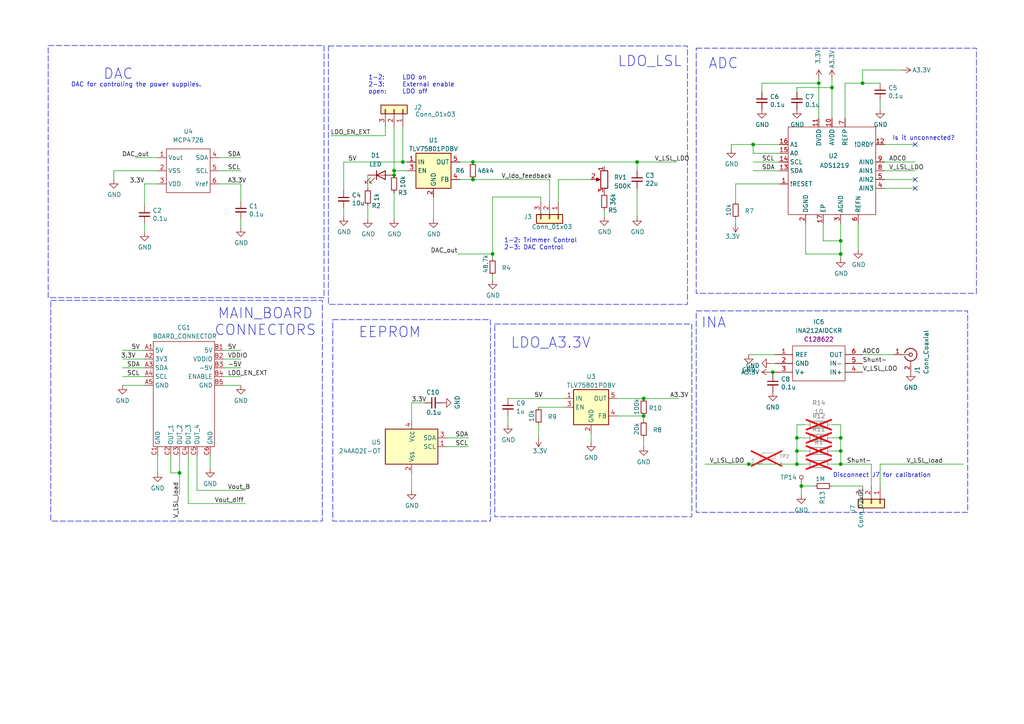
<source format=kicad_sch>
(kicad_sch (version 20250114) (generator "eeschema") (generator_version "9.0")
  (paper "A4")
  (lib_symbols
    (symbol "Connector:Conn_Coaxial" (pin_names (offset 1.016) (hide yes))
      (property "Reference" "J" (at 0.254 3.048 0))
      (property "Value" "Conn_Coaxial" (at 2.921 0 90))
      (symbol "Conn_Coaxial_0_1"
        (polyline (pts (xy -2.54 0) (xy -0.508 0)))
        (arc (start 1.778 0) (mid 0.222 -1.8079) (end -1.778 -0.508) (stroke (width 0.254)))
        (arc (start -1.778 0.508) (mid 0.2221 1.8084) (end 1.778 0) (stroke (width 0.254)))
        (circle (center 0 0) (radius 0.508) (stroke (width 0.2032)))
        (polyline (pts (xy 0 -2.54) (xy 0 -1.778)))
      )
      (symbol "Conn_Coaxial_1_1"
        (pin passive line (at -5.08 0 0) (length 2.54) (name "In") (number "1"))
        (pin passive line (at 0 -5.08 90) (length 2.54) (name "Ext") (number "2"))
      )
    )
    (symbol "Connector_Generic:Conn_01x03" (pin_names (offset 1.016) (hide yes))
      (property "Reference" "J" (at 0 5.08 0))
      (property "Value" "Conn_01x03" (at 0 -5.08 0))
      (symbol "Conn_01x03_1_1"
        (rectangle (start -1.27 3.81) (end 1.27 -3.81) (stroke (width 0.254)) (fill (type background)))
        (rectangle (start -1.27 2.667) (end 0 2.413) (stroke (width 0.1524)))
        (rectangle (start -1.27 0.127) (end 0 -0.127) (stroke (width 0.1524)))
        (rectangle (start -1.27 -2.413) (end 0 -2.667) (stroke (width 0.1524)))
        (pin passive line (at -5.08 2.54 0) (length 3.81) (name "Pin_1") (number "1"))
        (pin passive line (at -5.08 0 0) (length 3.81) (name "Pin_2") (number "2"))
        (pin passive line (at -5.08 -2.54 0) (length 3.81) (name "Pin_3") (number "3"))
      )
    )
    (symbol "Device:C_Small" (pin_numbers (hide yes)) (pin_names (offset 0.254) (hide yes))
      (property "Reference" "C" (at 0.254 1.778 0))
      (property "Value" "C_Small" (at 0.254 -2.032 0))
      (symbol "C_Small_0_1"
        (polyline (pts (xy -1.524 0.508) (xy 1.524 0.508)) (stroke (width 0.3048)))
        (polyline (pts (xy -1.524 -0.508) (xy 1.524 -0.508)) (stroke (width 0.3302)))
      )
      (symbol "C_Small_1_1"
        (pin passive line (at 0 2.54 270) (length 2.032) (name "~") (number "1"))
        (pin passive line (at 0 -2.54 90) (length 2.032) (name "~") (number "2"))
      )
    )
    (symbol "Device:LED" (pin_numbers (hide yes)) (pin_names (offset 1.016) (hide yes))
      (property "Reference" "D" (at 0 2.54 0))
      (property "Value" "LED" (at 0 -2.54 0))
      (symbol "LED_0_1"
        (polyline (pts (xy -3.048 -0.762) (xy -4.572 -2.286) (xy -3.81 -2.286) (xy -4.572 -2.286) (xy -4.572 -1.524)))
        (polyline (pts (xy -1.778 -0.762) (xy -3.302 -2.286) (xy -2.54 -2.286) (xy -3.302 -2.286) (xy -3.302 -1.524)))
        (polyline (pts (xy -1.27 0) (xy 1.27 0)))
        (polyline (pts (xy -1.27 -1.27) (xy -1.27 1.27)) (stroke (width 0.254)))
        (polyline (pts (xy 1.27 -1.27) (xy 1.27 1.27) (xy -1.27 0) (xy 1.27 -1.27)) (stroke (width 0.254)))
      )
      (symbol "LED_1_1"
        (pin passive line (at -3.81 0 0) (length 2.54) (name "K") (number "1"))
        (pin passive line (at 3.81 0 180) (length 2.54) (name "A") (number "2"))
      )
    )
    (symbol "Device:R" (pin_numbers (hide yes)) (pin_names (offset 0))
      (property "Reference" "R" (at 2.032 0 90))
      (property "Value" "R" (at 0 0 90))
      (symbol "R_0_1"
        (rectangle (start -1.016 -2.54) (end 1.016 2.54) (stroke (width 0.254)))
      )
      (symbol "R_1_1"
        (pin passive line (at 0 3.81 270) (length 1.27) (name "~") (number "1"))
        (pin passive line (at 0 -3.81 90) (length 1.27) (name "~") (number "2"))
      )
    )
    (symbol "Device:R_Potentiometer" (pin_names (offset 1.016) (hide yes))
      (property "Reference" "RV" (at -4.445 0 90))
      (property "Value" "R_Potentiometer" (at -2.54 0 90))
      (symbol "R_Potentiometer_0_1"
        (rectangle (start 1.016 2.54) (end -1.016 -2.54) (stroke (width 0.254)))
        (polyline (pts (xy 1.143 0) (xy 2.286 0.508) (xy 2.286 -0.508) (xy 1.143 0)) (fill (type outline)))
        (polyline (pts (xy 2.54 0) (xy 1.524 0)))
      )
      (symbol "R_Potentiometer_1_1"
        (pin passive line (at 0 3.81 270) (length 1.27) (name "1") (number "1"))
        (pin passive line (at 0 -3.81 90) (length 1.27) (name "3") (number "3"))
        (pin passive line (at 3.81 0 180) (length 1.27) (name "2") (number "2"))
      )
    )
    (symbol "Device:R_Small" (pin_numbers (hide yes)) (pin_names (offset 0.254) (hide yes))
      (property "Reference" "R" (at 0.762 0.508 0))
      (property "Value" "R_Small" (at 0.762 -1.016 0))
      (symbol "R_Small_0_1"
        (rectangle (start -0.762 1.778) (end 0.762 -1.778) (stroke (width 0.2032)))
      )
      (symbol "R_Small_1_1"
        (pin passive line (at 0 2.54 270) (length 0.762) (name "~") (number "1"))
        (pin passive line (at 0 -2.54 90) (length 0.762) (name "~") (number "2"))
      )
    )
    (symbol "External-lib:ADS1219"
      (property "Reference" "U" (at 0 0 0))
      (symbol "ADS1219_0_1"
        (rectangle (start -12.7 12.7) (end 12.7 -12.7))
      )
      (symbol "ADS1219_1_1"
        (pin input line (at -15.24 7.62 0) (length 2.54) (name "A1") (number "16"))
        (pin input line (at -15.24 5.08 0) (length 2.54) (name "A0") (number "15"))
        (pin input line (at -15.24 2.54 0) (length 2.54) (name "SCL") (number "14"))
        (pin bidirectional line (at -15.24 0 0) (length 2.54) (name "SDA") (number "13"))
        (pin bidirectional line (at -15.24 -3.81 0) (length 2.54) (name "!RESET") (number "1"))
        (pin bidirectional line (at -7.62 -15.24 90) (length 2.54) (name "DGND") (number "2"))
        (pin bidirectional line (at -3.81 15.24 270) (length 2.54) (name "DVDD") (number "11"))
        (pin bidirectional line (at -2.54 -15.24 90) (length 2.54) (name "EP") (number "17"))
        (pin bidirectional line (at 0 15.24 270) (length 2.54) (name "AVDD") (number "10"))
        (pin bidirectional line (at 2.54 -15.24 90) (length 2.54) (name "AGND") (number "3"))
        (pin bidirectional line (at 3.81 15.24 270) (length 2.54) (name "REFP") (number "7"))
        (pin bidirectional line (at 7.62 -15.24 90) (length 2.54) (name "REFN") (number "6"))
        (pin bidirectional line (at 15.24 7.62 180) (length 2.54) (name "!DRDY") (number "12"))
        (pin bidirectional line (at 15.24 2.54 180) (length 2.54) (name "AIN0") (number "9"))
        (pin bidirectional line (at 15.24 0 180) (length 2.54) (name "AIN1") (number "8"))
        (pin bidirectional line (at 15.24 -2.54 180) (length 2.54) (name "AIN2") (number "5"))
        (pin bidirectional line (at 15.24 -5.08 180) (length 2.54) (name "AIN3") (number "4"))
      )
    )
    (symbol "External-lib:INA212AIDCKR" (pin_names (offset 0.762))
      (property "Reference" "IC" (at 21.59 7.62 0))
      (property "Value" "INA212AIDCKR" (at 21.59 5.08 0))
      (property "LCSC" "C128622" (at 0 0 0))
      (symbol "INA212AIDCKR_0_0"
        (pin passive line (at 0 0 0) (length 5.08) (name "REF") (number "1"))
        (pin passive line (at 0 -2.54 0) (length 5.08) (name "GND") (number "2"))
        (pin passive line (at 0 -5.08 0) (length 5.08) (name "V+") (number "3"))
        (pin passive line (at 25.4 0 180) (length 5.08) (name "OUT") (number "6"))
        (pin passive line (at 25.4 -2.54 180) (length 5.08) (name "IN-") (number "5"))
        (pin passive line (at 25.4 -5.08 180) (length 5.08) (name "IN+") (number "4"))
      )
      (symbol "INA212AIDCKR_0_1"
        (polyline (pts (xy 5.08 2.54) (xy 20.32 2.54) (xy 20.32 -7.62) (xy 5.08 -7.62) (xy 5.08 2.54)) (stroke (width 0.1524)))
      )
    )
    (symbol "External-lib:MCP4726-SOT23"
      (property "Reference" "U" (at 0 0 0))
      (symbol "MCP4726-SOT23_0_1"
        (rectangle (start -6.35 6.35) (end 6.35 -6.35))
      )
      (symbol "MCP4726-SOT23_1_1"
        (pin unspecified line (at -8.89 3.81 0) (length 2.54) (name "Vout") (number "1"))
        (pin unspecified line (at -8.89 0 0) (length 2.54) (name "VSS") (number "2"))
        (pin unspecified line (at -8.89 -3.81 0) (length 2.54) (name "VDD") (number "3"))
        (pin unspecified line (at 8.89 3.81 180) (length 2.54) (name "SDA") (number "4"))
        (pin unspecified line (at 8.89 0 180) (length 2.54) (name "SCL") (number "5"))
        (pin unspecified line (at 8.89 -3.81 180) (length 2.54) (name "Vref") (number "6"))
      )
    )
    (symbol "Library:TP"
      (property "Reference" "TP" (at -0.3048 0.9144 0))
      (symbol "TP_0_1"
        (polyline (pts (xy 2.54 0) (xy 3.302 1.27) (xy 3.9624 0.381) (xy 2.54 0)))
        (polyline (pts (xy 3.6576 0.8382) (xy 4.5466 1.4478)))
        (polyline (pts (xy 4.2418 3.2512) (xy 6.9596 3.2512)))
        (arc (start 4.263 1.4501) (mid 3.3878 2.3643) (end 4.2884 3.2535))
        (arc (start 6.9086 3.2558) (mid 7.7841 2.3413) (end 6.8832 1.4524))
        (polyline (pts (xy 6.9298 1.4547) (xy 4.212 1.4547)))
      )
      (symbol "TP_1_0"
        (pin unspecified line (at 0 0 0) (length 2.54) (name "") (number "1"))
      )
    )
    (symbol "Memory_EEPROM:24AA02E-OT"
      (property "Reference" "U" (at -7.62 6.35 0))
      (property "Value" "24AA02E-OT" (at 2.54 -6.35 0))
      (symbol "24AA02E-OT_1_1"
        (rectangle (start -7.62 5.08) (end 7.62 -5.08) (stroke (width 0.254)) (fill (type background)))
        (pin no_connect line (at -10.16 0 0) (length 2.54) (hide yes) (name "NC") (number "5"))
        (pin power_in line (at 0 7.62 270) (length 2.54) (name "V_{CC}") (number "4"))
        (pin power_in line (at 0 -7.62 90) (length 2.54) (name "V_{SS}") (number "2"))
        (pin bidirectional line (at 10.16 2.54 180) (length 2.54) (name "SDA") (number "3"))
        (pin input line (at 10.16 0 180) (length 2.54) (name "SCL") (number "1"))
      )
    )
    (symbol "PCB-connectors-lib:chewing-gum-board" (in_bom no)
      (property "Reference" "CG" (at 1.778 31.75 0))
      (symbol "chewing-gum-board_0_1"
        (rectangle (start 0 30.48) (end 17.78 0))
      )
      (symbol "chewing-gum-board_1_1"
        (pin bidirectional line (at -2.54 27.94 0) (length 2.54) (name "5V") (number "A1"))
        (pin input line (at -2.54 25.4 0) (length 2.54) (name "3V3") (number "A2"))
        (pin bidirectional line (at -2.54 22.86 0) (length 2.54) (name "SDA") (number "A3"))
        (pin output line (at -2.54 20.32 0) (length 2.54) (name "SCL") (number "A4"))
        (pin output line (at -2.54 17.78 0) (length 2.54) (name "GND") (number "A5"))
        (pin bidirectional line (at 1.27 -2.54 90) (length 2.54) (name "GND") (number "C1"))
        (pin output line (at 5.08 -2.54 90) (length 2.54) (name "OUT_1") (number "C2"))
        (pin output line (at 7.62 -2.54 90) (length 2.54) (name "OUT_2") (number "C3"))
        (pin output line (at 10.16 -2.54 90) (length 2.54) (name "OUT_3") (number "C4"))
        (pin output line (at 12.7 -2.54 90) (length 2.54) (name "OUT_4") (number "C5"))
        (pin bidirectional line (at 16.51 -2.54 90) (length 2.54) (name "GND") (number "C6"))
        (pin input line (at 20.32 27.94 180) (length 2.54) (name "5V") (number "B1"))
        (pin bidirectional line (at 20.32 25.4 180) (length 2.54) (name "VDDIO") (number "B2"))
        (pin bidirectional line (at 20.32 22.86 180) (length 2.54) (name "-5V") (number "B3"))
        (pin bidirectional line (at 20.32 20.32 180) (length 2.54) (name "ENABLE") (number "B4"))
        (pin input line (at 20.32 17.78 180) (length 2.54) (name "GND") (number "B5"))
      )
    )
    (symbol "Regulator_Linear:TLV75801PDBV"
      (property "Reference" "U" (at -3.81 6.35 0))
      (property "Value" "TLV75801PDBV" (at 0 6.35 0))
      (symbol "TLV75801PDBV_0_1"
        (rectangle (start 5.08 -5.08) (end -5.08 5.08) (stroke (width 0.254)) (fill (type background)))
      )
      (symbol "TLV75801PDBV_1_1"
        (pin power_in line (at -7.62 2.54 0) (length 2.54) (name "IN") (number "1"))
        (pin input line (at -7.62 0 0) (length 2.54) (name "EN") (number "3"))
        (pin power_in line (at 0 -7.62 90) (length 2.54) (name "GND") (number "2"))
        (pin power_out line (at 7.62 2.54 180) (length 2.54) (name "OUT") (number "5"))
        (pin input line (at 7.62 -2.54 180) (length 2.54) (name "FB") (number "4"))
      )
    )
    (symbol "dk_Test-Points:5029" (pin_numbers (hide yes)) (pin_names (offset 1.016) (hide yes))
      (property "Reference" "TP" (at -1.27 1.27 0))
      (symbol "5029_0_1"
        (circle (center 0 0) (radius 0.5588))
      )
      (symbol "5029_1_1"
        (pin passive line (at 0 2.54 270) (length 1.905) (name "~") (number "1"))
      )
    )
    (symbol "power:+3.3VA" (power) (pin_names (offset 0))
      (property "Value" "+3.3VA" (at 0 3.556 0))
      (symbol "+3.3VA_0_1"
        (polyline (pts (xy -0.762 1.27) (xy 0 2.54)))
        (polyline (pts (xy 0 2.54) (xy 0.762 1.27)))
        (polyline (pts (xy 0 0) (xy 0 2.54)))
      )
      (symbol "+3.3VA_1_1"
        (pin power_in line (at 0 0 90) (length 0) (hide yes) (name "+3.3VA") (number "1"))
      )
    )
    (symbol "power:GND" (power) (pin_names (offset 0))
      (property "Value" "GND" (at 0 -3.81 0))
      (symbol "GND_0_1"
        (polyline (pts (xy 0 0) (xy 0 -1.27) (xy 1.27 -1.27) (xy 0 -2.54) (xy -1.27 -1.27) (xy 0 -1.27)))
      )
      (symbol "GND_1_1"
        (pin power_in line (at 0 0 270) (length 0) (hide yes) (name "GND") (number "1"))
      )
    )
  )
  (rectangle (start 201.93 13.97) (end 283.21 85.09) (stroke (width 0) (type dash)))
  (rectangle (start 96.52 92.71) (end 142.24 151.13) (stroke (width 0) (type dash)))
  (rectangle (start 143.51 93.98) (end 200.66 149.86) (stroke (width 0) (type dash)))
  (rectangle (start 95.25 13.335) (end 199.39 88.265) (stroke (width 0) (type dash)))
  (rectangle (start 14.732 87.122) (end 93.472 151.13) (stroke (width 0) (type dash)))
  (rectangle (start 201.93 90.17) (end 280.67 148.59) (stroke (width 0) (type dash)))
  (rectangle (start 13.97 13.208) (end 93.98 86.36) (stroke (width 0) (type dash)))
  (text "MAIN_BOARD\nCONNECTORS\n" (at 76.962 93.472 0) (effects (font (size 3 3))))
  (text "DAC" (at 34.29 21.59 0) (effects (font (size 3 3))))
  (text "1-2:	LDO on\n2-3:	External enable\nopen:	LDO off" (at 106.807 27.432 0) (effects (font (size 1.27 1.27)) (justify left bottom)))
  (text "DAC for controling the power supplies.\n" (at 20.574 25.4 0) (effects (font (size 1.27 1.27)) (justify left bottom)))
  (text "Disconnect J7 for calibration" (at 241.554 138.684 0) (effects (font (size 1.27 1.27)) (justify left bottom)))
  (text "INA\n" (at 207.01 93.726 0) (effects (font (size 3 3))))
  (text "LDO_A3.3V\n" (at 159.766 99.568 0) (effects (font (size 3 3))))
  (text "ADC" (at 209.804 18.542 0) (effects (font (size 3 3))))
  (text "EEPROM\n" (at 113.03 96.52 0) (effects (font (size 3 3))))
  (text "Is it unconnected?" (at 258.826 40.894 0) (effects (font (size 1.27 1.27)) (justify left bottom)))
  (text "1-2: Trimmer Control\n2-3: DAC Control\n" (at 146.177 72.644 0) (effects (font (size 1.27 1.27)) (justify left bottom)))
  (text "LDO_LSL\n" (at 188.468 17.907 0) (effects (font (size 3 3))))
  (junction (at 243.84 69.85))
  (junction (at 142.875 73.66))
  (junction (at 250.19 24.13))
  (junction (at 243.84 127))
  (junction (at 114.3 49.53))
  (junction (at 243.84 130.81))
  (junction (at 218.44 41.91))
  (junction (at 137.16 52.07))
  (junction (at 232.41 140.97))
  (junction (at 184.785 46.99))
  (junction (at 231.14 127))
  (junction (at 137.16 46.99))
  (junction (at 52.07 137.16))
  (junction (at 231.14 130.81))
  (junction (at 186.69 120.65))
  (junction (at 186.69 115.57))
  (junction (at 241.3 25.4))
  (junction (at 224.155 107.95))
  (junction (at 116.84 46.99))
  (junction (at 231.14 134.62))
  (junction (at 114.3 50.8))
  (junction (at 243.84 73.66))
  (junction (at 243.84 134.62))
  (junction (at 237.49 24.13))
  (junction (at 217.17 134.62))
  (no_connect (at 265.43 41.91))
  (no_connect (at 265.43 54.61))
  (no_connect (at 265.43 52.07))
  (wire (pts (xy 114.3 55.88) (xy 114.3 63.5)))
  (wire (pts (xy 243.84 123.19) (xy 243.84 127)))
  (wire (pts (xy 218.44 44.45) (xy 226.06 44.45)))
  (wire (pts (xy 60.96 132.08) (xy 60.96 135.89)))
  (wire (pts (xy 241.3 134.62) (xy 243.84 134.62)))
  (wire (pts (xy 256.54 49.53) (xy 265.43 49.53)))
  (wire (pts (xy 241.3 22.86) (xy 241.3 25.4)))
  (wire (pts (xy 116.84 36.83) (xy 116.84 46.99)))
  (wire (pts (xy 179.07 120.65) (xy 186.69 120.65)))
  (wire (pts (xy 63.5 49.53) (xy 69.85 49.53)))
  (wire (pts (xy 114.3 49.53) (xy 114.3 50.8)))
  (wire (pts (xy 231.14 134.62) (xy 233.68 134.62)))
  (wire (pts (xy 156.845 57.15) (xy 156.845 58.42)))
  (wire (pts (xy 52.07 137.16) (xy 52.07 143.51)))
  (wire (pts (xy 223.52 107.95) (xy 224.155 107.95)))
  (wire (pts (xy 250.19 102.87) (xy 259.08 102.87)))
  (wire (pts (xy 161.925 52.07) (xy 161.925 58.42)))
  (wire (pts (xy 99.695 46.99) (xy 116.84 46.99)))
  (wire (pts (xy 243.84 130.81) (xy 243.84 134.62)))
  (wire (pts (xy 218.44 46.99) (xy 226.06 46.99)))
  (wire (pts (xy 129.54 129.54) (xy 135.89 129.54)))
  (wire (pts (xy 243.84 134.62) (xy 252.73 134.62)))
  (wire (pts (xy 142.875 73.66) (xy 142.875 57.15)))
  (wire (pts (xy 54.61 132.08) (xy 54.61 146.05)))
  (wire (pts (xy 250.19 24.13) (xy 255.27 24.13)))
  (wire (pts (xy 231.14 130.81) (xy 231.14 134.62)))
  (wire (pts (xy 237.49 24.13) (xy 237.49 34.29)))
  (wire (pts (xy 186.69 115.57) (xy 196.85 115.57)))
  (wire (pts (xy 49.53 132.08) (xy 49.53 137.16)))
  (wire (pts (xy 156.21 118.11) (xy 163.83 118.11)))
  (wire (pts (xy 218.44 41.91) (xy 226.06 41.91)))
  (wire (pts (xy 245.11 24.13) (xy 245.11 34.29)))
  (wire (pts (xy 255.27 134.62) (xy 279.4 134.62)))
  (wire (pts (xy 256.54 41.91) (xy 265.43 41.91)))
  (wire (pts (xy 147.32 120.65) (xy 147.32 123.19)))
  (wire (pts (xy 137.16 52.07) (xy 159.385 52.07)))
  (wire (pts (xy 243.84 73.66) (xy 243.84 74.93)))
  (wire (pts (xy 238.76 69.85) (xy 243.84 69.85)))
  (wire (pts (xy 231.14 25.4) (xy 231.14 26.67)))
  (wire (pts (xy 245.11 24.13) (xy 250.19 24.13)))
  (wire (pts (xy 204.47 134.62) (xy 217.17 134.62)))
  (wire (pts (xy 64.77 109.22) (xy 69.85 109.22)))
  (wire (pts (xy 69.85 53.34) (xy 69.85 58.42)))
  (wire (pts (xy 106.68 54.61) (xy 106.68 50.8)))
  (wire (pts (xy 111.76 36.83) (xy 111.76 39.37)))
  (wire (pts (xy 35.56 101.6) (xy 41.91 101.6)))
  (wire (pts (xy 237.49 24.13) (xy 220.98 24.13)))
  (wire (pts (xy 159.385 52.07) (xy 159.385 58.42)))
  (wire (pts (xy 233.68 130.81) (xy 231.14 130.81)))
  (wire (pts (xy 256.54 52.07) (xy 265.43 52.07)))
  (wire (pts (xy 64.77 111.76) (xy 69.85 111.76)))
  (wire (pts (xy 137.16 46.99) (xy 184.785 46.99)))
  (wire (pts (xy 133.35 52.07) (xy 137.16 52.07)))
  (wire (pts (xy 256.54 54.61) (xy 265.43 54.61)))
  (wire (pts (xy 243.84 69.85) (xy 243.84 64.77)))
  (wire (pts (xy 129.54 127) (xy 135.89 127)))
  (wire (pts (xy 114.3 49.53) (xy 118.11 49.53)))
  (wire (pts (xy 57.15 132.08) (xy 57.15 142.24)))
  (wire (pts (xy 241.3 25.4) (xy 231.14 25.4)))
  (wire (pts (xy 57.15 142.24) (xy 71.12 142.24)))
  (wire (pts (xy 54.61 146.05) (xy 71.12 146.05)))
  (wire (pts (xy 41.91 53.34) (xy 41.91 59.69)))
  (wire (pts (xy 52.07 132.08) (xy 52.07 137.16)))
  (wire (pts (xy 142.875 73.66) (xy 142.875 74.93)))
  (wire (pts (xy 39.37 45.72) (xy 45.72 45.72)))
  (wire (pts (xy 64.77 106.68) (xy 69.85 106.68)))
  (wire (pts (xy 33.02 49.53) (xy 45.72 49.53)))
  (wire (pts (xy 232.41 140.97) (xy 232.41 143.51)))
  (wire (pts (xy 175.26 60.96) (xy 175.26 62.865)))
  (wire (pts (xy 217.17 102.87) (xy 224.79 102.87)))
  (wire (pts (xy 250.19 20.32) (xy 261.62 20.32)))
  (wire (pts (xy 223.52 105.41) (xy 224.79 105.41)))
  (wire (pts (xy 241.3 127) (xy 243.84 127)))
  (wire (pts (xy 186.69 120.65) (xy 186.69 121.92)))
  (wire (pts (xy 125.73 57.15) (xy 125.73 63.5)))
  (wire (pts (xy 49.53 137.16) (xy 52.07 137.16)))
  (wire (pts (xy 236.22 140.97) (xy 232.41 140.97)))
  (wire (pts (xy 255.27 134.62) (xy 255.27 140.97)))
  (wire (pts (xy 142.875 57.15) (xy 156.845 57.15)))
  (wire (pts (xy 63.5 53.34) (xy 69.85 53.34)))
  (wire (pts (xy 35.56 109.22) (xy 41.91 109.22)))
  (wire (pts (xy 255.27 29.21) (xy 255.27 31.75)))
  (wire (pts (xy 45.72 132.08) (xy 45.72 137.16)))
  (wire (pts (xy 213.36 63.5) (xy 213.36 64.77)))
  (wire (pts (xy 106.68 59.69) (xy 106.68 63.5)))
  (wire (pts (xy 142.875 80.01) (xy 142.875 81.28)))
  (wire (pts (xy 250.19 24.13) (xy 250.19 20.32)))
  (wire (pts (xy 231.14 123.19) (xy 231.14 127)))
  (wire (pts (xy 237.49 22.86) (xy 237.49 24.13)))
  (wire (pts (xy 241.3 123.19) (xy 243.84 123.19)))
  (wire (pts (xy 99.695 46.99) (xy 99.695 55.245)))
  (wire (pts (xy 224.155 107.95) (xy 224.79 107.95)))
  (wire (pts (xy 179.07 115.57) (xy 186.69 115.57)))
  (wire (pts (xy 241.3 25.4) (xy 241.3 34.29)))
  (wire (pts (xy 184.785 54.61) (xy 184.785 62.865)))
  (wire (pts (xy 213.36 53.34) (xy 213.36 58.42)))
  (wire (pts (xy 184.785 46.99) (xy 196.215 46.99)))
  (wire (pts (xy 35.56 104.14) (xy 41.91 104.14)))
  (wire (pts (xy 99.695 60.325) (xy 99.695 62.865)))
  (wire (pts (xy 218.44 49.53) (xy 226.06 49.53)))
  (wire (pts (xy 233.68 73.66) (xy 243.84 73.66)))
  (wire (pts (xy 184.785 46.99) (xy 184.785 49.53)))
  (wire (pts (xy 220.98 24.13) (xy 220.98 26.67)))
  (wire (pts (xy 133.35 46.99) (xy 137.16 46.99)))
  (wire (pts (xy 142.875 73.66) (xy 132.715 73.66)))
  (wire (pts (xy 256.54 46.99) (xy 265.43 46.99)))
  (wire (pts (xy 64.77 101.6) (xy 69.85 101.6)))
  (wire (pts (xy 243.84 127) (xy 243.84 130.81)))
  (wire (pts (xy 233.68 64.77) (xy 233.68 73.66)))
  (wire (pts (xy 33.02 49.53) (xy 33.02 52.07)))
  (wire (pts (xy 69.85 63.5) (xy 69.85 66.04)))
  (wire (pts (xy 243.84 69.85) (xy 243.84 73.66)))
  (wire (pts (xy 252.73 140.97) (xy 252.73 134.62)))
  (wire (pts (xy 186.69 127) (xy 186.69 129.54)))
  (wire (pts (xy 218.44 41.91) (xy 212.09 41.91)))
  (wire (pts (xy 114.3 36.83) (xy 114.3 49.53)))
  (wire (pts (xy 116.84 46.99) (xy 118.11 46.99)))
  (wire (pts (xy 171.45 125.73) (xy 171.45 128.27)))
  (wire (pts (xy 231.14 127) (xy 231.14 130.81)))
  (wire (pts (xy 238.76 64.77) (xy 238.76 69.85)))
  (wire (pts (xy 45.72 53.34) (xy 41.91 53.34)))
  (wire (pts (xy 171.45 52.07) (xy 161.925 52.07)))
  (wire (pts (xy 35.56 106.68) (xy 41.91 106.68)))
  (wire (pts (xy 35.56 111.76) (xy 41.91 111.76)))
  (wire (pts (xy 233.68 123.19) (xy 231.14 123.19)))
  (wire (pts (xy 233.68 127) (xy 231.14 127)))
  (wire (pts (xy 41.91 64.77) (xy 41.91 67.31)))
  (wire (pts (xy 217.17 134.62) (xy 231.14 134.62)))
  (wire (pts (xy 212.09 41.91) (xy 212.09 43.18)))
  (wire (pts (xy 63.5 45.72) (xy 69.85 45.72)))
  (wire (pts (xy 218.44 41.91) (xy 218.44 44.45)))
  (wire (pts (xy 156.21 123.19) (xy 156.21 127)))
  (wire (pts (xy 119.38 116.84) (xy 119.38 121.92)))
  (wire (pts (xy 241.3 140.97) (xy 250.19 140.97)))
  (wire (pts (xy 147.32 115.57) (xy 163.83 115.57)))
  (wire (pts (xy 64.77 104.14) (xy 69.85 104.14)))
  (wire (pts (xy 119.38 116.84) (xy 123.19 116.84)))
  (wire (pts (xy 119.38 137.16) (xy 119.38 142.24)))
  (wire (pts (xy 224.155 108.585) (xy 224.155 107.95)))
  (wire (pts (xy 241.3 130.81) (xy 243.84 130.81)))
  (wire (pts (xy 213.36 53.34) (xy 226.06 53.34)))
  (wire (pts (xy 248.92 64.77) (xy 248.92 72.39)))
  (wire (pts (xy 95.885 39.37) (xy 111.76 39.37)))
  (label "5V" (at 100.965 46.99 0))
  (label "V_LSL_load" (at 262.89 134.62 0))
  (label "DAC_out" (at 132.715 73.66 180))
  (label "5V" (at 154.94 115.57 0))
  (label "LDO_EN_EXT" (at 95.885 39.37 0))
  (label "3.3V" (at 41.91 53.34 180))
  (label "SDA" (at 66.04 45.72 0))
  (label "SDA" (at 36.83 106.68 0))
  (label "5V" (at 66.04 101.6 0))
  (label "V_ldo_feedback" (at 145.415 52.07 0))
  (label "5V" (at 38.1 101.6 0))
  (label "SCL" (at 132.08 129.54 0))
  (label "Vout_B" (at 66.04 142.24 0))
  (label "SDA" (at 132.08 127 0))
  (label "Shunt-" (at 252.73 134.62 180))
  (label "DAC_out" (at 43.18 45.72 180))
  (label "SCL" (at 220.98 46.99 0))
  (label "SDA" (at 220.98 49.53 0))
  (label "V_LSL_LDO" (at 215.9 134.62 180))
  (label "3.3V" (at 119.38 116.84 0))
  (label "ADC0" (at 257.81 46.99 0))
  (label "SCL" (at 36.83 109.22 0))
  (label "V_LSL_load" (at 52.07 139.7 270))
  (label "LDO_EN_EXT" (at 66.04 109.22 0))
  (label "SCL" (at 66.04 49.53 0))
  (label "V_LSL_LDO" (at 250.19 107.95 0))
  (label "A3.3V" (at 194.31 115.57 0))
  (label "3.3V" (at 39.37 104.14 180))
  (label "VDDIO" (at 66.04 104.14 0))
  (label "V_LSL_LDO" (at 257.81 49.53 0))
  (label "-5V" (at 66.04 106.68 0))
  (label "V_LSL_LDO" (at 189.865 46.99 0))
  (label "ADC0" (at 250.19 102.87 0))
  (label "Shunt-" (at 250.19 105.41 0))
  (label "A3.3V" (at 66.04 53.34 0))
  (label "Vout_diff" (at 62.23 146.05 0))
  (symbol (lib_id "power:+3.3VA") (at 213.36 64.77 180) (unit 1)
    (property "Reference" "#PWR012" (effects (hide yes)))
    (property "Value" "3.3V" (at 210.312 68.58 0) (effects (justify right)))
  )
  (symbol (lib_id "Device:R") (at 237.49 130.81 270) (unit 1) (dnp yes)
    (property "Reference" "R11" (at 237.49 124.46 90))
    (property "Value" "10" (at 237.49 127 90))
    (property "Footprint" "Resistor_SMD:R_2010_5025Metric_Pad1.40x2.65mm_HandSolder" (effects (hide yes)))
  )
  (symbol (lib_id "External-lib:INA212AIDCKR") (at 224.79 102.87 0) (unit 1)
    (property "Reference" "IC6" (at 237.49 93.345 0))
    (property "Value" "INA212AIDCKR" (at 237.49 95.885 0))
    (property "Footprint" "Package_TO_SOT_SMD:SOT-363_SC-70-6" (effects (hide yes)))
    (property "Datasheet" "https://www.ti.com/lit/ds/symlink/ina210.pdf" (effects (hide yes)))
    (property "Description" "26V, Bi-Directional, Zero-Drift, Low-/High-Side, Voltage Output Current Sense Amplifier" (effects (hide yes)))
    (property "Height" "1.1" (effects (hide yes)))
    (property "Manufacturer_Name" "Texas Instruments" (effects (hide yes)))
    (property "Manufacturer_Part_Number" "INA212AIDCKR" (effects (hide yes)))
    (property "Mouser Part Number" "595-INA212AIDCKR" (effects (hide yes)))
    (property "Mouser Price/Stock" "https://www.mouser.ch/ProductDetail/Texas-Instruments/INA212AIDCKR?qs=qU0TI%2FZyA%252BznWmS%252B7ZZfYw%3D%3D" (effects (hide yes)))
    (property "Arrow Part Number" "INA212AIDCKR" (effects (hide yes)))
    (property "Arrow Price/Stock" "https://www.arrow.com/en/products/ina210cidckr/texas-instruments?region=nac" (effects (hide yes)))
    (property "LCSC" "C128622" (at 237.49 98.425 0))
  )
  (symbol (lib_id "Device:R_Small") (at 175.26 58.42 0) (mirror y) (unit 1)
    (property "Reference" "R5" (at 179.07 60.96 0) (effects (justify left)))
    (property "Value" "36k" (at 177.8 59.69 90) (effects (justify left)))
    (property "Footprint" "Resistor_SMD:R_0603_1608Metric" (effects (hide yes)))
    (property "Digikey Part Number" "P10KGCT-ND" (effects (hide yes)))
    (property "Mouser Part Number" "667-ERJ-3GEYJ103V" (effects (hide yes)))
    (property "LCSC" "C23147" (effects (hide yes)))
  )
  (symbol (lib_id "power:GND") (at 114.3 63.5 0) (unit 1)
    (property "Reference" "#PWR5" (effects (hide yes)))
    (property "Value" "GND" (at 114.427 67.8942 0))
  )
  (symbol (lib_id "Device:C_Small") (at 41.91 62.23 0) (unit 1)
    (property "Reference" "C2" (at 44.2468 61.0616 0) (effects (justify left)))
    (property "Value" "0.1u" (at 44.2468 63.373 0) (effects (justify left)))
    (property "Footprint" "Capacitor_SMD:C_0603_1608Metric" (effects (hide yes)))
    (property "Digikey Part Number" "399-9158-1-ND" (effects (hide yes)))
    (property "Mouser Part Number" "80-C0805C104Z3V" (effects (hide yes)))
    (property "LCSC" "C1590" (effects (hide yes)))
  )
  (symbol (lib_id "power:GND") (at 186.69 129.54 0) (unit 1)
    (property "Reference" "#PWR022" (effects (hide yes)))
    (property "Value" "GND" (at 186.69 133.985 0))
  )
  (symbol (lib_id "power:GND") (at 248.92 72.39 0) (unit 1)
    (property "Reference" "#PWR014" (effects (hide yes)))
    (property "Value" "GND" (at 249.047 76.7842 0))
  )
  (symbol (lib_id "Device:C_Small") (at 69.85 60.96 0) (unit 1)
    (property "Reference" "C1" (at 72.1868 59.7916 0) (effects (justify left)))
    (property "Value" "0.1u" (at 72.1868 62.103 0) (effects (justify left)))
    (property "Footprint" "Capacitor_SMD:C_0603_1608Metric" (effects (hide yes)))
    (property "Digikey Part Number" "399-9158-1-ND" (effects (hide yes)))
    (property "Mouser Part Number" "80-C0805C104Z3V" (effects (hide yes)))
    (property "LCSC" "C1590" (effects (hide yes)))
  )
  (symbol (lib_id "Memory_EEPROM:24AA02E-OT") (at 119.38 129.54 0) (unit 1)
    (property "Reference" "U5" (at 110.49 128.2699 0) (effects (justify right)))
    (property "Value" "24AA02E-OT" (at 110.49 130.8099 0) (effects (justify right)))
    (property "Footprint" "Package_TO_SOT_SMD:SOT-23-5" (effects (hide yes)))
    (property "Datasheet" "https://ww1.microchip.com/downloads/aemDocuments/documents/MPD/ProductDocuments/DataSheets/2-Kbit-I2C-Serial-EEPROMs-+EUI-48-or-EUI-64-Node-20002124.pdf" (effects (hide yes)))
    (property "Description" "I2C Serial EEPROM with EUI-48 or EUI-64, 2Kb, SOT-23-5" (effects (hide yes)))
    (property "LCSC" "C38987" (effects (hide yes)))
  )
  (symbol (lib_id "Device:R_Small") (at 137.16 49.53 0) (mirror x) (unit 1)
    (property "Reference" "R6" (at 132.08 49.53 0) (effects (justify left)))
    (property "Value" "46k4" (at 138.43 49.53 0) (effects (justify left)))
    (property "Footprint" "Resistor_SMD:R_0603_1608Metric" (effects (hide yes)))
    (property "Digikey Part Number" "P10KGCT-ND" (effects (hide yes)))
    (property "Mouser Part Number" "667-ERJ-3GEYJ103V" (effects (hide yes)))
    (property "LCSC" "C23059" (effects (hide yes)))
  )
  (symbol (lib_id "Device:C_Small") (at 147.32 118.11 0) (unit 1)
    (property "Reference" "C9" (at 149.6568 116.9416 0) (effects (justify left)))
    (property "Value" "1u" (at 149.6568 119.253 0) (effects (justify left)))
    (property "Footprint" "Capacitor_SMD:C_0603_1608Metric" (effects (hide yes)))
    (property "Digikey Part Number" "399-9158-1-ND" (effects (hide yes)))
    (property "Mouser Part Number" "80-C0805C104Z3V" (effects (hide yes)))
    (property "LCSC" "C1592" (effects (hide yes)))
  )
  (symbol (lib_id "PCB-connectors-lib:chewing-gum-board") (at 44.45 129.54 0) (unit 1) (in_bom no)
    (property "Reference" "CG1" (at 53.34 94.996 0))
    (property "Value" "BOARD_CONNECTOR" (at 53.594 97.536 0))
    (property "Footprint" "heep-footprints:chewing-gum-pcb" (effects (hide yes)))
  )
  (symbol (lib_id "Connector_Generic:Conn_01x03") (at 252.73 146.05 270) (unit 1)
    (property "Reference" "J7" (at 247.396 147.574 0))
    (property "Value" "Conn_02x01" (at 249.682 147.32 0))
    (property "Footprint" "Connector_PinHeader_2.54mm:PinHeader_1x03_P2.54mm_Vertical" (effects (hide yes)))
    (property "Description" "Generic connector, single row, 01x03, script generated (kicad-library-utils/schlib/autogen/connector/)" (effects (hide yes)))
  )
  (symbol (lib_id "power:GND") (at 45.72 137.16 0) (unit 1)
    (property "Reference" "#PWR011" (effects (hide yes)))
    (property "Value" "GND" (at 45.72 141.605 0))
  )
  (symbol (lib_id "power:GND") (at 224.155 113.665 0) (unit 1)
    (property "Reference" "#PWR062" (effects (hide yes)))
    (property "Value" "GND" (at 224.155 118.11 0))
  )
  (symbol (lib_id "power:GND") (at 69.85 66.04 0) (unit 1)
    (property "Reference" "#PWR026" (effects (hide yes)))
    (property "Value" "GND" (at 69.977 70.4342 0))
  )
  (symbol (lib_id "power:GND") (at 232.41 143.51 0) (unit 1)
    (property "Reference" "#PWR031" (effects (hide yes)))
    (property "Value" "GND" (at 232.41 147.955 0))
  )
  (symbol (lib_id "power:GND") (at 99.695 62.865 0) (unit 1)
    (property "Reference" "#PWR1" (effects (hide yes)))
    (property "Value" "GND" (at 99.822 67.2592 0))
  )
  (symbol (lib_id "Device:R") (at 237.49 127 270) (unit 1) (dnp yes)
    (property "Reference" "R12" (at 237.49 120.65 90))
    (property "Value" "10" (at 237.49 123.19 90))
    (property "Footprint" "Resistor_SMD:R_1206_3216Metric_Pad1.30x1.75mm_HandSolder" (effects (hide yes)))
  )
  (symbol (lib_id "Connector_Generic:Conn_01x03") (at 159.385 63.5 270) (unit 1)
    (property "Reference" "J3" (at 154.305 62.865 90) (effects (justify right)))
    (property "Value" "Conn_01x03" (at 165.989 65.786 90) (effects (justify right)))
    (property "Footprint" "Connector_PinHeader_2.54mm:PinHeader_1x03_P2.54mm_Vertical" (effects (hide yes)))
  )
  (symbol (lib_id "power:GND") (at 142.875 81.28 0) (unit 1)
    (property "Reference" "#PWR7" (effects (hide yes)))
    (property "Value" "GND" (at 143.002 85.6742 0))
  )
  (symbol (lib_id "power:GND") (at 33.02 52.07 0) (unit 1)
    (property "Reference" "#PWR028" (effects (hide yes)))
    (property "Value" "GND" (at 33.147 56.4642 0))
  )
  (symbol (lib_id "Device:R") (at 237.49 123.19 270) (unit 1) (dnp yes)
    (property "Reference" "R14" (at 237.49 116.84 90))
    (property "Value" "10" (at 237.49 119.38 90))
    (property "Footprint" "Resistor_SMD:R_2512_6332Metric_Pad1.40x3.35mm_HandSolder" (effects (hide yes)))
  )
  (symbol (lib_id "Regulator_Linear:TLV75801PDBV") (at 171.45 118.11 0) (unit 1)
    (property "Reference" "U3" (at 171.45 109.22 0))
    (property "Value" "TLV75801PDBV" (at 171.45 111.76 0))
    (property "Footprint" "Package_TO_SOT_SMD:SOT-23-5" (effects (hide yes)))
    (property "Datasheet" "https://www.ti.com/lit/ds/symlink/tlv758p.pdf" (effects (hide yes)))
    (property "LCSC" "C2877852" (effects (hide yes)))
  )
  (symbol (lib_id "power:GND") (at 106.68 63.5 0) (unit 1)
    (property "Reference" "#PWR2" (effects (hide yes)))
    (property "Value" "GND" (at 106.807 67.8942 0))
  )
  (symbol (lib_id "power:+3.3VA") (at 156.21 127 180) (unit 1)
    (property "Reference" "#PWR025" (effects (hide yes)))
    (property "Value" "3.3V" (at 154.432 130.81 0) (effects (justify right)))
  )
  (symbol (lib_id "Device:C_Small") (at 184.785 52.07 0) (unit 1)
    (property "Reference" "C3" (at 187.1218 50.9016 0) (effects (justify left)))
    (property "Value" "22u" (at 187.1218 53.213 0) (effects (justify left)))
    (property "Footprint" "Capacitor_SMD:C_0603_1608Metric" (effects (hide yes)))
    (property "Digikey Part Number" "399-9158-1-ND" (effects (hide yes)))
    (property "Mouser Part Number" "80-C0805C104Z3V" (effects (hide yes)))
    (property "LCSC" "C84419" (effects (hide yes)))
  )
  (symbol (lib_id "Device:R_Small") (at 106.68 57.15 0) (mirror y) (unit 1)
    (property "Reference" "R2" (at 110.49 59.69 0) (effects (justify left)))
    (property "Value" "1k" (at 109.22 58.42 90) (effects (justify left)))
    (property "Footprint" "Resistor_SMD:R_0603_1608Metric" (effects (hide yes)))
    (property "Digikey Part Number" "P10KGCT-ND" (effects (hide yes)))
    (property "Mouser Part Number" "667-ERJ-3GEYJ103V" (effects (hide yes)))
    (property "LCSC" "C21190" (effects (hide yes)))
  )
  (symbol (lib_id "power:+3.3VA") (at 223.52 107.95 90) (unit 1)
    (property "Reference" "#PWR049" (effects (hide yes)))
    (property "Value" "A3.3V" (at 214.884 107.95 90) (effects (justify right)))
  )
  (symbol (lib_id "Device:C_Small") (at 224.155 111.125 0) (unit 1)
    (property "Reference" "C8" (at 226.4918 109.9566 0) (effects (justify left)))
    (property "Value" "0.1u" (at 226.4918 112.268 0) (effects (justify left)))
    (property "Footprint" "Capacitor_SMD:C_0603_1608Metric" (effects (hide yes)))
    (property "Digikey Part Number" "399-9158-1-ND" (effects (hide yes)))
    (property "Mouser Part Number" "80-C0805C104Z3V" (effects (hide yes)))
    (property "LCSC" "C1590" (effects (hide yes)))
  )
  (symbol (lib_id "Regulator_Linear:TLV75801PDBV") (at 125.73 49.53 0) (unit 1)
    (property "Reference" "U1" (at 125.73 40.64 0))
    (property "Value" "TLV75801PDBV" (at 125.73 43.18 0))
    (property "Footprint" "Package_TO_SOT_SMD:SOT-23-5" (effects (hide yes)))
    (property "Datasheet" "https://www.ti.com/lit/ds/symlink/tlv758p.pdf" (effects (hide yes)))
    (property "LCSC" "C2877852" (effects (hide yes)))
  )
  (symbol (lib_id "power:GND") (at 220.98 31.75 0) (unit 1)
    (property "Reference" "#PWR019" (effects (hide yes)))
    (property "Value" "GND" (at 221.107 36.1442 0))
  )
  (symbol (lib_id "power:GND") (at 231.14 31.75 0) (unit 1)
    (property "Reference" "#PWR020" (effects (hide yes)))
    (property "Value" "GND" (at 231.267 36.1442 0))
  )
  (symbol (lib_id "power:GND") (at 60.96 135.89 0) (unit 1)
    (property "Reference" "#PWR08" (effects (hide yes)))
    (property "Value" "GND" (at 60.96 140.335 0))
  )
  (symbol (lib_id "power:GND") (at 41.91 67.31 0) (unit 1)
    (property "Reference" "#PWR032" (effects (hide yes)))
    (property "Value" "GND" (at 42.037 71.7042 0))
  )
  (symbol (lib_id "Device:R_Small") (at 213.36 60.96 0) (mirror y) (unit 1)
    (property "Reference" "R7" (at 218.694 61.214 0) (effects (justify left)))
    (property "Value" "10k" (at 211.328 62.738 90) (effects (justify left)))
    (property "Footprint" "Resistor_SMD:R_0603_1608Metric" (effects (hide yes)))
    (property "Digikey Part Number" "P10KGCT-ND" (effects (hide yes)))
    (property "Mouser Part Number" "667-ERJ-3GEYJ103V" (effects (hide yes)))
    (property "LCSC" "C98220" (effects (hide yes)))
  )
  (symbol (lib_id "Device:C_Small") (at 231.14 29.21 0) (unit 1)
    (property "Reference" "C7" (at 233.4768 28.0416 0) (effects (justify left)))
    (property "Value" "0.1u" (at 233.4768 30.353 0) (effects (justify left)))
    (property "Footprint" "Capacitor_SMD:C_0603_1608Metric" (effects (hide yes)))
    (property "Digikey Part Number" "399-9158-1-ND" (effects (hide yes)))
    (property "Mouser Part Number" "80-C0805C104Z3V" (effects (hide yes)))
    (property "LCSC" "C1590" (effects (hide yes)))
  )
  (symbol (lib_id "Device:C_Small") (at 220.98 29.21 0) (unit 1)
    (property "Reference" "C6" (at 223.3168 28.0416 0) (effects (justify left)))
    (property "Value" "0.1u" (at 223.3168 30.353 0) (effects (justify left)))
    (property "Footprint" "Capacitor_SMD:C_0603_1608Metric" (effects (hide yes)))
    (property "Digikey Part Number" "399-9158-1-ND" (effects (hide yes)))
    (property "Mouser Part Number" "80-C0805C104Z3V" (effects (hide yes)))
    (property "LCSC" "C1590" (effects (hide yes)))
  )
  (symbol (lib_id "power:GND") (at 171.45 128.27 0) (unit 1)
    (property "Reference" "#PWR023" (effects (hide yes)))
    (property "Value" "GND" (at 171.45 132.715 0))
  )
  (symbol (lib_id "power:GND") (at 175.26 62.865 0) (unit 1)
    (property "Reference" "#PWR9" (effects (hide yes)))
    (property "Value" "GND" (at 175.387 67.2592 0))
  )
  (symbol (lib_id "Device:R_Small") (at 186.69 124.46 0) (mirror y) (unit 1)
    (property "Reference" "R8" (at 192.024 124.714 0) (effects (justify left)))
    (property "Value" "20k" (at 184.658 126.238 90) (effects (justify left)))
    (property "Footprint" "Resistor_SMD:R_0603_1608Metric" (effects (hide yes)))
    (property "Digikey Part Number" "P10KGCT-ND" (effects (hide yes)))
    (property "Mouser Part Number" "667-ERJ-3GEYJ103V" (effects (hide yes)))
    (property "LCSC" "C4184" (effects (hide yes)))
  )
  (symbol (lib_id "power:GND") (at 128.27 116.84 90) (unit 1)
    (property "Reference" "#PWR030" (effects (hide yes)))
    (property "Value" "GND" (at 132.6642 116.713 0))
  )
  (symbol (lib_id "Device:C_Small") (at 125.73 116.84 90) (unit 1)
    (property "Reference" "C10" (at 127.508 113.792 90) (effects (justify left)))
    (property "Value" "0.1u" (at 128.016 119.634 90) (effects (justify left)))
    (property "Footprint" "Capacitor_SMD:C_0603_1608Metric" (effects (hide yes)))
    (property "Digikey Part Number" "399-9158-1-ND" (effects (hide yes)))
    (property "Mouser Part Number" "80-C0805C104Z3V" (effects (hide yes)))
    (property "LCSC" "C1590" (effects (hide yes)))
  )
  (symbol (lib_id "power:GND") (at 212.09 43.18 0) (unit 1)
    (property "Reference" "#PWR021" (effects (hide yes)))
    (property "Value" "GND" (at 212.217 47.5742 0))
  )
  (symbol (lib_id "power:GND") (at 35.56 111.76 0) (unit 1)
    (property "Reference" "#PWR04" (effects (hide yes)))
    (property "Value" "GND" (at 35.56 116.205 0))
  )
  (symbol (lib_id "Device:R_Small") (at 238.76 140.97 270) (mirror x) (unit 1)
    (property "Reference" "R13" (at 238.506 146.304 0) (effects (justify left)))
    (property "Value" "1M" (at 236.474 138.938 90) (effects (justify left)))
    (property "Footprint" "Resistor_SMD:R_0402_1005Metric" (effects (hide yes)))
    (property "Digikey Part Number" "P10KGCT-ND" (effects (hide yes)))
    (property "Mouser Part Number" "667-ERJ-3GEYJ103V" (effects (hide yes)))
    (property "LCSC" "C326730" (effects (hide yes)))
  )
  (symbol (lib_id "dk_Test-Points:5029") (at 232.41 138.43 180) (unit 1)
    (property "Reference" "TP14" (at 231.14 138.4682 0) (effects (justify left)))
    (property "Value" "5029" (effects (hide yes)))
    (property "Footprint" "TestPoint:TestPoint_Keystone_5019_Miniature" (effects (hide yes)))
    (property "Datasheet" "http://www.keyelco.com/product-pdf.cfm?p=1358" (effects (hide yes)))
    (property "Description" "PC TEST POINT MINIATURE" (effects (hide yes)))
    (property "Digi-Key_PN" "36-5029CT-ND" (effects (hide yes)))
    (property "MPN" "5029" (effects (hide yes)))
    (property "Category" "Test and Measurement" (effects (hide yes)))
    (property "Family" "Test Points" (effects (hide yes)))
    (property "DK_Datasheet_Link" "http://www.keyelco.com/product-pdf.cfm?p=1358" (effects (hide yes)))
    (property "DK_Detail_Page" "/product-detail/en/keystone-electronics/5029/36-5029CT-ND/5980631" (effects (hide yes)))
    (property "Description_1" "PC TEST POINT MINIATURE" (effects (hide yes)))
    (property "Manufacturer" "Keystone Electronics" (effects (hide yes)))
    (property "Status" "Active" (effects (hide yes)))
    (property "JLCPCB" "C238131" (effects (hide yes)))
    (property "LCSC" "C238131" (effects (hide yes)))
  )
  (symbol (lib_id "power:GND") (at 255.27 31.75 0) (unit 1)
    (property "Reference" "#PWR015" (effects (hide yes)))
    (property "Value" "GND" (at 255.397 36.1442 0))
  )
  (symbol (lib_id "power:+3.3VA") (at 237.49 22.86 0) (unit 1)
    (property "Reference" "#PWR017" (effects (hide yes)))
    (property "Value" "3.3V" (at 237.236 14.224 90) (effects (justify right)))
  )
  (symbol (lib_id "Connector_Generic:Conn_01x03") (at 114.3 31.75 270) (mirror x) (unit 1)
    (property "Reference" "J2" (at 120.015 31.115 90) (effects (justify left)))
    (property "Value" "Conn_01x03" (at 120.396 33.147 90) (effects (justify left)))
    (property "Footprint" "Connector_PinHeader_2.54mm:PinHeader_1x03_P2.54mm_Vertical" (effects (hide yes)))
  )
  (symbol (lib_id "power:GND") (at 125.73 63.5 0) (unit 1)
    (property "Reference" "#PWR6" (effects (hide yes)))
    (property "Value" "GND" (at 125.857 67.8942 0))
  )
  (symbol (lib_id "Device:R") (at 237.49 134.62 270) (unit 1) (dnp yes)
    (property "Reference" "R1" (at 237.49 128.27 90))
    (property "Value" "10" (at 237.49 130.81 90))
    (property "Footprint" "Resistor_SMD:R_0805_2012Metric_Pad1.20x1.40mm_HandSolder" (effects (hide yes)))
  )
  (symbol (lib_id "power:GND") (at 147.32 123.19 0) (unit 1)
    (property "Reference" "#PWR024" (effects (hide yes)))
    (property "Value" "GND" (at 147.447 127.5842 0))
  )
  (symbol (lib_id "Device:C_Small") (at 99.695 57.785 0) (unit 1)
    (property "Reference" "C4" (at 102.0318 56.6166 0) (effects (justify left)))
    (property "Value" "10u" (at 102.0318 58.928 0) (effects (justify left)))
    (property "Footprint" "Capacitor_SMD:C_0603_1608Metric" (effects (hide yes)))
    (property "Digikey Part Number" "399-9158-1-ND" (effects (hide yes)))
    (property "Mouser Part Number" "80-C0805C104Z3V" (effects (hide yes)))
    (property "LCSC" "C19702" (effects (hide yes)))
  )
  (symbol (lib_id "power:GND") (at 184.785 62.865 0) (unit 1)
    (property "Reference" "#PWR10" (effects (hide yes)))
    (property "Value" "GND" (at 184.912 67.2592 0))
  )
  (symbol (lib_id "Device:LED") (at 110.49 50.8 0) (unit 1)
    (property "Reference" "D1" (at 108.9025 45.085 0))
    (property "Value" "LED" (at 108.9025 47.625 0))
    (property "Footprint" "LED_SMD:LED_0603_1608Metric" (effects (hide yes)))
    (property "LCSC" "C2286" (effects (hide yes)))
  )
  (symbol (lib_id "External-lib:ADS1219") (at 241.3 49.53 0) (unit 1)
    (property "Reference" "U2" (at 240.284 45.212 0) (effects (justify left)))
    (property "Value" "ADS1219" (at 237.744 48.006 0) (effects (justify left)))
    (property "Footprint" "Package_DFN_QFN:Texas_RTE0016D_WQFN-16-1EP_3x3mm_P0.5mm_EP0.8x0.8mm_ThermalVias" (effects (hide yes)))
    (property "Datasheet" "https://www.ti.com/lit/ds/symlink/ads1219.pdf" (effects (hide yes)))
    (property "Description" "4-Channel, 1-kSPS, 24-Bit, Delta-Sigma ADC With I2C Interface" (effects (hide yes)))
    (property "LCSC" "C2670319" (effects (hide yes)))
  )
  (symbol (lib_id "power:GND") (at 264.16 107.95 0) (unit 1)
    (property "Reference" "#PWR072" (effects (hide yes)))
    (property "Value" "GND" (at 264.16 112.395 0))
  )
  (symbol (lib_id "Device:R_Small") (at 114.3 53.34 0) (mirror y) (unit 1)
    (property "Reference" "R3" (at 118.11 55.88 0) (effects (justify left)))
    (property "Value" "10k" (at 116.84 54.61 90) (effects (justify left)))
    (property "Footprint" "Resistor_SMD:R_0603_1608Metric" (effects (hide yes)))
    (property "Digikey Part Number" "P10KGCT-ND" (effects (hide yes)))
    (property "Mouser Part Number" "667-ERJ-3GEYJ103V" (effects (hide yes)))
    (property "LCSC" "C98220" (effects (hide yes)))
  )
  (symbol (lib_id "Device:R_Small") (at 156.21 120.65 0) (mirror y) (unit 1)
    (property "Reference" "R9" (at 161.544 120.904 0) (effects (justify left)))
    (property "Value" "10k" (at 154.178 122.428 90) (effects (justify left)))
    (property "Footprint" "Resistor_SMD:R_0603_1608Metric" (effects (hide yes)))
    (property "Digikey Part Number" "P10KGCT-ND" (effects (hide yes)))
    (property "Mouser Part Number" "667-ERJ-3GEYJ103V" (effects (hide yes)))
    (property "LCSC" "C98220" (effects (hide yes)))
  )
  (symbol (lib_id "power:GND") (at 243.84 74.93 0) (unit 1)
    (property "Reference" "#PWR013" (effects (hide yes)))
    (property "Value" "GND" (at 243.967 79.3242 0))
  )
  (symbol (lib_id "Connector:Conn_Coaxial") (at 264.16 102.87 0) (unit 1)
    (property "Reference" "J1" (at 266.065 108.585 90) (effects (justify left)))
    (property "Value" "Conn_Coaxial" (at 268.605 108.585 90) (effects (justify left)))
    (property "Footprint" "Connector_Coaxial:SMA_Amphenol_132289_EdgeMount" (effects (hide yes)))
  )
  (symbol (lib_id "power:+3.3VA") (at 241.3 22.86 0) (unit 1)
    (property "Reference" "#PWR018" (effects (hide yes)))
    (property "Value" "A3.3V" (at 241.3 14.478 90) (effects (justify right)))
  )
  (symbol (lib_id "Device:C_Small") (at 255.27 26.67 0) (unit 1)
    (property "Reference" "C5" (at 257.6068 25.5016 0) (effects (justify left)))
    (property "Value" "0.1u" (at 257.6068 27.813 0) (effects (justify left)))
    (property "Footprint" "Capacitor_SMD:C_0603_1608Metric" (effects (hide yes)))
    (property "Digikey Part Number" "399-9158-1-ND" (effects (hide yes)))
    (property "Mouser Part Number" "80-C0805C104Z3V" (effects (hide yes)))
    (property "LCSC" "C1590" (effects (hide yes)))
  )
  (symbol (lib_id "power:GND") (at 217.17 102.87 0) (unit 1)
    (property "Reference" "#PWR027" (effects (hide yes)))
    (property "Value" "GND" (at 217.17 107.315 0))
  )
  (symbol (lib_id "Library:TP") (at 217.17 134.62 0) (unit 1) (in_bom no) (dnp yes)
    (property "Reference" "TP2" (at 226.06 132.3571 0) (effects (font (size 1 1)) (justify left)))
    (property "Value" "~" (at 226.06 134.2621 0) (effects (font (size 1 1)) (justify left)))
    (property "Footprint" "TestPoint:TestPoint_Loop_D1.80mm_Drill1.0mm_Beaded" (effects (hide yes)))
  )
  (symbol (lib_id "power:+3.3VA") (at 261.62 20.32 270) (unit 1)
    (property "Reference" "#PWR016" (effects (hide yes)))
    (property "Value" "A3.3V" (at 270.002 20.32 90) (effects (justify right)))
  )
  (symbol (lib_id "power:GND") (at 69.85 111.76 0) (unit 1)
    (property "Reference" "#PWR03" (effects (hide yes)))
    (property "Value" "GND" (at 69.85 116.205 0))
  )
  (symbol (lib_id "Device:R_Small") (at 142.875 77.47 0) (mirror y) (unit 1)
    (property "Reference" "R4" (at 148.209 77.724 0) (effects (justify left)))
    (property "Value" "48.7k" (at 140.843 79.248 90) (effects (justify left)))
    (property "Footprint" "Resistor_SMD:R_0603_1608Metric" (effects (hide yes)))
    (property "Digikey Part Number" "P10KGCT-ND" (effects (hide yes)))
    (property "Mouser Part Number" "667-ERJ-3GEYJ103V" (effects (hide yes)))
    (property "LCSC" "C23063" (effects (hide yes)))
  )
  (symbol (lib_id "Device:R_Potentiometer") (at 175.26 52.07 0) (mirror y) (unit 1)
    (property "Reference" "RV1" (at 178.054 51.435 0) (effects (justify right)))
    (property "Value" "500K" (at 178.054 53.975 0) (effects (justify right)))
    (property "Footprint" "Potentiometer_THT:Potentiometer_Bourns_3296W_Vertical" (effects (hide yes)))
    (property "LCSC" "C83694" (effects (hide yes)))
  )
  (symbol (lib_id "power:GND") (at 119.38 142.24 0) (unit 1)
    (property "Reference" "#PWR029" (effects (hide yes)))
    (property "Value" "GND" (at 119.507 146.6342 0))
  )
  (symbol (lib_id "External-lib:MCP4726-SOT23") (at 54.61 49.53 0) (unit 1)
    (property "Reference" "U4" (at 54.61 38.1 0))
    (property "Value" "MCP4726" (at 54.61 40.64 0))
    (property "Footprint" "Package_TO_SOT_SMD:TSOT-23-6" (effects (hide yes)))
    (property "Datasheet" "https://ww1.microchip.com/downloads/en/DeviceDoc/22272C.pdf" (effects (hide yes)))
    (property "LCSC" "C191581" (effects (hide yes)))
  )
  (symbol (lib_id "power:GND") (at 223.52 105.41 270) (unit 1)
    (property "Reference" "#PWR09" (effects (hide yes)))
    (property "Value" "GND" (at 220.345 106.045 90) (effects (justify right)))
  )
  (symbol (lib_id "Device:R_Small") (at 186.69 118.11 0) (mirror y) (unit 1)
    (property "Reference" "R10" (at 192.024 118.364 0) (effects (justify left)))
    (property "Value" "100k" (at 184.658 120.396 90) (effects (justify left)))
    (property "Footprint" "Resistor_SMD:R_0603_1608Metric" (effects (hide yes)))
    (property "Digikey Part Number" "P10KGCT-ND" (effects (hide yes)))
    (property "Mouser Part Number" "667-ERJ-3GEYJ103V" (effects (hide yes)))
    (property "LCSC" "C25803" (effects (hide yes)))
  )
)
</source>
